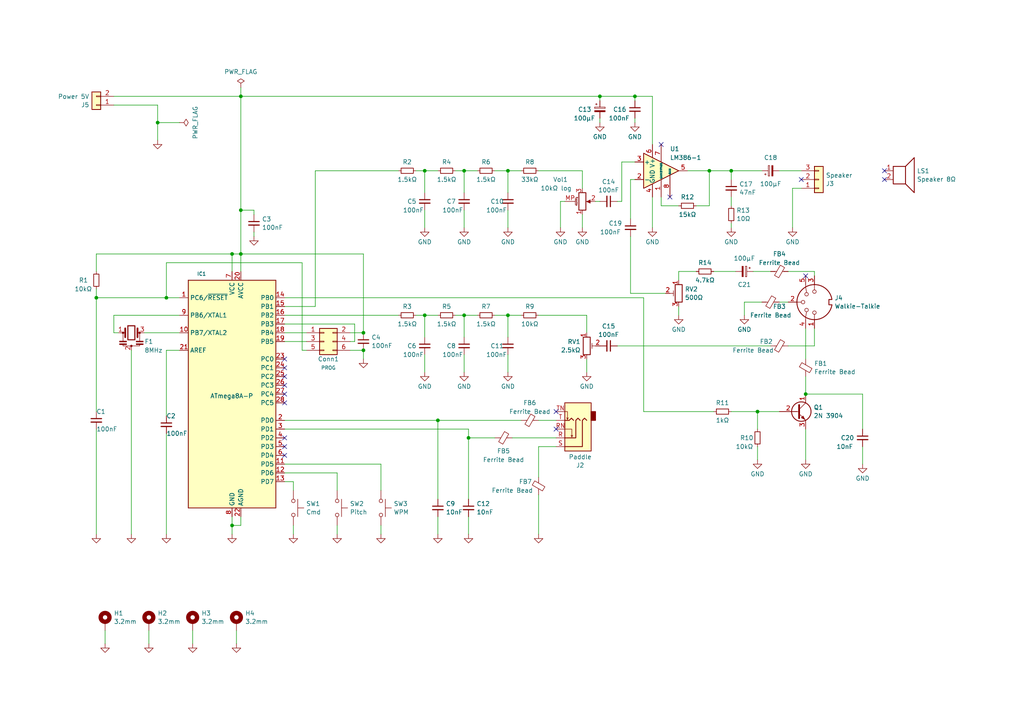
<source format=kicad_sch>
(kicad_sch (version 20250114) (generator "eeschema") (generator_version "9.0")
  (paper "A4")
  (title_block (title "Walkie-Talkie Keyer") (date "2025-09-22") (rev "1") (company "Ullrich von Bassewitz"))
  (lib_symbols
    (symbol "Amplifier_Audio:LM386" (pin_names (offset 0.127))
      (property "Reference" "U" (at 1.27 7.62 0))
      (property "Value" "LM386" (at 1.27 5.08 0))
      (symbol "LM386_0_1"
        (polyline (pts (xy 5.08 0) (xy -5.08 5.08) (xy -5.08 -5.08) (xy 5.08 0)) (stroke (width 0.254)) (fill (type background)))
      )
      (symbol "LM386_1_1"
        (pin input line (at -7.62 2.54 0) (length 2.54) (name "+") (number "3"))
        (pin input line (at -7.62 -2.54 0) (length 2.54) (name "-") (number "2"))
        (pin power_in line (at -2.54 7.62 270) (length 3.81) (name "V+") (number "6"))
        (pin power_in line (at -2.54 -7.62 90) (length 3.81) (name "GND") (number "4"))
        (pin input line (at 0 7.62 270) (length 5.08) (name "BYPASS") (number "7"))
        (pin input line (at 0 -7.62 90) (length 5.08) (name "GAIN") (number "1"))
        (pin input line (at 2.54 -7.62 90) (length 6.35) (name "GAIN") (number "8"))
        (pin output line (at 7.62 0 180) (length 2.54) (name "~") (number "5"))
      )
    )
    (symbol "Connector:DIN-5_180degree" (pin_names (offset 1.016))
      (property "Reference" "J" (at 3.175 5.715 0))
      (property "Value" "DIN-5_180degree" (at 0 -6.35 0))
      (symbol "DIN-5_180degree_0_1"
        (polyline (pts (xy -5.08 2.54) (xy -4.318 2.54) (xy -2.794 2.286)))
        (polyline (pts (xy -5.08 0) (xy -3.556 0)))
        (circle (center -3.048 0) (radius 0.508))
        (circle (center -2.286 2.286) (radius 0.508))
        (polyline (pts (xy -0.762 -4.953) (xy -0.762 -4.191) (xy 0.762 -4.191) (xy 0.762 -4.953)) (stroke (width 0.254)))
        (arc (start 5.08 0) (mid 3.8673 -3.3444) (end 0.762 -5.08) (stroke (width 0.254)))
        (polyline (pts (xy 0 5.08) (xy 0 3.81)))
        (circle (center 0 3.302) (radius 0.508))
        (arc (start -5.08 0) (mid 0 5.0579) (end 5.08 0) (stroke (width 0.254)))
        (arc (start -0.762 -5.08) (mid -3.8597 -3.3379) (end -5.08 0) (stroke (width 0.254)))
        (circle (center 2.286 2.286) (radius 0.508))
        (circle (center 3.048 0) (radius 0.508))
        (polyline (pts (xy 5.08 2.54) (xy 4.318 2.54) (xy 2.794 2.286)))
        (polyline (pts (xy 5.08 0) (xy 3.556 0)))
      )
      (symbol "DIN-5_180degree_1_1"
        (pin passive line (at -7.62 2.54 0) (length 2.54) (name "~") (number "4"))
        (pin passive line (at -7.62 0 0) (length 2.54) (name "~") (number "1"))
        (pin passive line (at 0 7.62 270) (length 2.54) (name "~") (number "2"))
        (pin passive line (at 7.62 2.54 180) (length 2.54) (name "~") (number "5"))
        (pin passive line (at 7.62 0 180) (length 2.54) (name "~") (number "3"))
      )
    )
    (symbol "Connector_Audio:AudioJack3_SwitchTR"
      (property "Reference" "J" (at 0 8.89 0))
      (property "Value" "AudioJack3_SwitchTR" (at 0 6.35 0))
      (symbol "AudioJack3_SwitchTR_0_1"
        (rectangle (start -5.08 -5.08) (end -6.35 -7.62) (stroke (width 0.254)) (fill (type outline)))
        (polyline (pts (xy -1.905 -5.08) (xy -1.27 -5.715) (xy -0.635 -5.08) (xy -0.635 0) (xy 2.54 0)) (stroke (width 0.254)))
        (polyline (pts (xy 0 -5.08) (xy 0.635 -5.715) (xy 1.27 -5.08) (xy 2.54 -5.08)) (stroke (width 0.254)))
        (polyline (pts (xy 0.508 -0.254) (xy 0.762 -0.762)))
        (polyline (pts (xy 1.778 -5.334) (xy 2.032 -5.842)))
        (rectangle (start 2.54 3.81) (end -5.08 -10.16) (stroke (width 0.254)) (fill (type background)))
        (polyline (pts (xy 2.54 2.54) (xy -2.54 2.54) (xy -2.54 -5.08) (xy -3.175 -5.715) (xy -3.81 -5.08)) (stroke (width 0.254)))
        (polyline (pts (xy 2.54 -2.54) (xy 0.508 -2.54) (xy 0.508 -0.254) (xy 0.254 -0.762)))
        (polyline (pts (xy 2.54 -7.62) (xy 1.778 -7.62) (xy 1.778 -5.334) (xy 1.524 -5.842)))
      )
      (symbol "AudioJack3_SwitchTR_1_1"
        (pin passive line (at 5.08 2.54 180) (length 2.54) (name "~") (number "S"))
        (pin passive line (at 5.08 0 180) (length 2.54) (name "~") (number "R"))
        (pin passive line (at 5.08 -2.54 180) (length 2.54) (name "~") (number "RN"))
        (pin passive line (at 5.08 -5.08 180) (length 2.54) (name "~") (number "T"))
        (pin passive line (at 5.08 -7.62 180) (length 2.54) (name "~") (number "TN"))
      )
    )
    (symbol "Connector_Generic:Conn_01x02" (pin_names (offset 1.016) (hide yes))
      (property "Reference" "J" (at 0 2.54 0))
      (property "Value" "Conn_01x02" (at 0 -5.08 0))
      (symbol "Conn_01x02_1_1"
        (rectangle (start -1.27 1.27) (end 1.27 -3.81) (stroke (width 0.254)) (fill (type background)))
        (rectangle (start -1.27 0.127) (end 0 -0.127) (stroke (width 0.1524)))
        (rectangle (start -1.27 -2.413) (end 0 -2.667) (stroke (width 0.1524)))
        (pin passive line (at -5.08 0 0) (length 3.81) (name "Pin_1") (number "1"))
        (pin passive line (at -5.08 -2.54 0) (length 3.81) (name "Pin_2") (number "2"))
      )
    )
    (symbol "Connector_Generic:Conn_01x03" (pin_names (offset 1.016) (hide yes))
      (property "Reference" "J" (at 0 5.08 0))
      (property "Value" "Conn_01x03" (at 0 -5.08 0))
      (symbol "Conn_01x03_1_1"
        (rectangle (start -1.27 3.81) (end 1.27 -3.81) (stroke (width 0.254)) (fill (type background)))
        (rectangle (start -1.27 2.667) (end 0 2.413) (stroke (width 0.1524)))
        (rectangle (start -1.27 0.127) (end 0 -0.127) (stroke (width 0.1524)))
        (rectangle (start -1.27 -2.413) (end 0 -2.667) (stroke (width 0.1524)))
        (pin passive line (at -5.08 2.54 0) (length 3.81) (name "Pin_1") (number "1"))
        (pin passive line (at -5.08 0 0) (length 3.81) (name "Pin_2") (number "2"))
        (pin passive line (at -5.08 -2.54 0) (length 3.81) (name "Pin_3") (number "3"))
      )
    )
    (symbol "Connector_Generic:Conn_02x03_Odd_Even" (pin_names (offset 1.016) (hide yes))
      (property "Reference" "J" (at 1.27 5.08 0))
      (property "Value" "Conn_02x03_Odd_Even" (at 1.27 -5.08 0))
      (symbol "Conn_02x03_Odd_Even_1_1"
        (rectangle (start -1.27 3.81) (end 3.81 -3.81) (stroke (width 0.254)) (fill (type background)))
        (rectangle (start -1.27 2.667) (end 0 2.413) (stroke (width 0.1524)))
        (rectangle (start -1.27 0.127) (end 0 -0.127) (stroke (width 0.1524)))
        (rectangle (start -1.27 -2.413) (end 0 -2.667) (stroke (width 0.1524)))
        (rectangle (start 3.81 2.667) (end 2.54 2.413) (stroke (width 0.1524)))
        (rectangle (start 3.81 0.127) (end 2.54 -0.127) (stroke (width 0.1524)))
        (rectangle (start 3.81 -2.413) (end 2.54 -2.667) (stroke (width 0.1524)))
        (pin passive line (at -5.08 2.54 0) (length 3.81) (name "Pin_1") (number "1"))
        (pin passive line (at -5.08 0 0) (length 3.81) (name "Pin_3") (number "3"))
        (pin passive line (at -5.08 -2.54 0) (length 3.81) (name "Pin_5") (number "5"))
        (pin passive line (at 7.62 2.54 180) (length 3.81) (name "Pin_2") (number "2"))
        (pin passive line (at 7.62 0 180) (length 3.81) (name "Pin_4") (number "4"))
        (pin passive line (at 7.62 -2.54 180) (length 3.81) (name "Pin_6") (number "6"))
      )
    )
    (symbol "Device:C_Polarized_Small" (pin_numbers (hide yes)) (pin_names (offset 0.254) (hide yes))
      (property "Reference" "C" (at 0.254 1.778 0))
      (property "Value" "C_Polarized_Small" (at 0.254 -2.032 0))
      (symbol "C_Polarized_Small_0_1"
        (rectangle (start -1.524 0.6858) (end 1.524 0.3048))
        (rectangle (start -1.524 -0.3048) (end 1.524 -0.6858) (fill (type outline)))
        (polyline (pts (xy -1.27 1.524) (xy -0.762 1.524)))
        (polyline (pts (xy -1.016 1.27) (xy -1.016 1.778)))
      )
      (symbol "C_Polarized_Small_1_1"
        (pin passive line (at 0 2.54 270) (length 1.8542) (name "~") (number "1"))
        (pin passive line (at 0 -2.54 90) (length 1.8542) (name "~") (number "2"))
      )
    )
    (symbol "Device:C_Small" (pin_numbers (hide yes)) (pin_names (offset 0.254) (hide yes))
      (property "Reference" "C" (at 0.254 1.778 0))
      (property "Value" "C_Small" (at 0.254 -2.032 0))
      (symbol "C_Small_0_1"
        (polyline (pts (xy -1.524 0.508) (xy 1.524 0.508)) (stroke (width 0.3048)))
        (polyline (pts (xy -1.524 -0.508) (xy 1.524 -0.508)) (stroke (width 0.3302)))
      )
      (symbol "C_Small_1_1"
        (pin passive line (at 0 2.54 270) (length 2.032) (name "~") (number "1"))
        (pin passive line (at 0 -2.54 90) (length 2.032) (name "~") (number "2"))
      )
    )
    (symbol "Device:FerriteBead_Small" (pin_numbers (hide yes)) (pin_names (offset 0))
      (property "Reference" "FB" (at 1.905 1.27 0))
      (property "Value" "FerriteBead_Small" (at 1.905 -1.27 0))
      (symbol "FerriteBead_Small_0_1"
        (polyline (pts (xy -1.8288 0.2794) (xy -1.1176 1.4986) (xy 1.8288 -0.2032) (xy 1.1176 -1.4224) (xy -1.8288 0.2794)))
        (polyline (pts (xy 0 0.889) (xy 0 1.2954)))
        (polyline (pts (xy 0 -1.27) (xy 0 -0.7874)))
      )
      (symbol "FerriteBead_Small_1_1"
        (pin passive line (at 0 2.54 270) (length 1.27) (name "~") (number "1"))
        (pin passive line (at 0 -2.54 90) (length 1.27) (name "~") (number "2"))
      )
    )
    (symbol "Device:R_Potentiometer_MountingPin" (pin_names (offset 1.016) (hide yes))
      (property "Reference" "RV" (at -8.255 0 90))
      (property "Value" "R_Potentiometer_MountingPin" (at -6.35 0 90))
      (symbol "R_Potentiometer_MountingPin_0_1"
        (rectangle (start 1.016 2.54) (end -1.016 -2.54) (stroke (width 0.254)))
        (polyline (pts (xy 1.143 0) (xy 2.286 0.508) (xy 2.286 -0.508)) (fill (type outline)))
        (polyline (pts (xy 2.54 0) (xy 1.524 0)))
      )
      (symbol "R_Potentiometer_MountingPin_1_1"
        (polyline (pts (xy -2.032 1.016) (xy -2.032 -1.016)) (stroke (width 0.1524)))
        (text "Mounting" (at -1.651 0 900) (effects (font (size 0.381 0.381))))
        (pin passive line (at -5.08 0 0) (length 3.048) (name "MountPin") (number "MP"))
        (pin passive line (at 0 3.81 270) (length 1.27) (name "1") (number "1"))
        (pin passive line (at 0 -3.81 90) (length 1.27) (name "3") (number "3"))
        (pin passive line (at 3.81 0 180) (length 1.27) (name "2") (number "2"))
      )
    )
    (symbol "Device:R_Potentiometer_Trim" (pin_names (offset 1.016) (hide yes))
      (property "Reference" "RV" (at -4.445 0 90))
      (property "Value" "R_Potentiometer_Trim" (at -2.54 0 90))
      (symbol "R_Potentiometer_Trim_0_1"
        (rectangle (start 1.016 2.54) (end -1.016 -2.54) (stroke (width 0.254)))
        (polyline (pts (xy 1.524 0.762) (xy 1.524 -0.762)))
        (polyline (pts (xy 2.54 0) (xy 1.524 0)))
      )
      (symbol "R_Potentiometer_Trim_1_1"
        (pin passive line (at 0 3.81 270) (length 1.27) (name "1") (number "1"))
        (pin passive line (at 0 -3.81 90) (length 1.27) (name "3") (number "3"))
        (pin passive line (at 3.81 0 180) (length 1.27) (name "2") (number "2"))
      )
    )
    (symbol "Device:R_Small" (pin_numbers (hide yes)) (pin_names (offset 0.254) (hide yes))
      (property "Reference" "R" (at 0.762 0.508 0))
      (property "Value" "R_Small" (at 0.762 -1.016 0))
      (symbol "R_Small_0_1"
        (rectangle (start -0.762 1.778) (end 0.762 -1.778) (stroke (width 0.2032)))
      )
      (symbol "R_Small_1_1"
        (pin passive line (at 0 2.54 270) (length 0.762) (name "~") (number "1"))
        (pin passive line (at 0 -2.54 90) (length 0.762) (name "~") (number "2"))
      )
    )
    (symbol "Device:Resonator" (pin_names (offset 1.016) (hide yes))
      (property "Reference" "Y" (at 0 5.715 0))
      (property "Value" "Resonator" (at 0 3.81 0))
      (symbol "Resonator_0_1"
        (rectangle (start -3.429 -2.413) (end -1.397 -2.667) (fill (type outline)))
        (rectangle (start -3.429 -3.175) (end -1.397 -3.429) (fill (type outline)))
        (circle (center -2.413 0) (radius 0.254) (fill (type outline)))
        (polyline (pts (xy -2.413 -2.413) (xy -2.413 0)))
        (polyline (pts (xy -1.905 0) (xy -3.175 0)))
        (polyline (pts (xy -1.778 -1.27) (xy -1.778 1.27)) (stroke (width 0.508)))
        (rectangle (start -1.016 2.032) (end 1.016 -2.032) (stroke (width 0.3048)))
        (circle (center 0 -3.81) (radius 0.254) (fill (type outline)))
        (rectangle (start 1.397 -2.413) (end 3.429 -2.667) (fill (type outline)))
        (rectangle (start 1.397 -3.175) (end 3.429 -3.429) (fill (type outline)))
        (polyline (pts (xy 1.778 -1.27) (xy 1.778 1.27)) (stroke (width 0.508)))
        (polyline (pts (xy 1.905 0) (xy 2.54 0)))
        (polyline (pts (xy 2.413 0) (xy 2.413 -2.54)))
        (circle (center 2.413 0) (radius 0.254) (fill (type outline)))
        (polyline (pts (xy 2.413 -3.302) (xy 2.413 -3.81) (xy -2.413 -3.81) (xy -2.413 -3.302)))
      )
      (symbol "Resonator_1_1"
        (pin passive line (at -3.81 0 0) (length 1.27) (name "1") (number "1"))
        (pin passive line (at 0 -5.08 90) (length 1.27) (name "2") (number "2"))
        (pin passive line (at 3.81 0 180) (length 1.27) (name "3") (number "3"))
      )
    )
    (symbol "Device:Speaker" (pin_names (offset 0) (hide yes))
      (property "Reference" "LS" (at 1.27 5.715 0))
      (property "Value" "Speaker" (at 1.27 3.81 0))
      (symbol "Speaker_0_0"
        (rectangle (start -2.54 1.27) (end 1.016 -3.81) (stroke (width 0.254)))
        (polyline (pts (xy 1.016 1.27) (xy 3.556 3.81) (xy 3.556 -6.35) (xy 1.016 -3.81)) (stroke (width 0.254)))
      )
      (symbol "Speaker_1_1"
        (pin input line (at -5.08 0 0) (length 2.54) (name "1") (number "1"))
        (pin input line (at -5.08 -2.54 0) (length 2.54) (name "2") (number "2"))
      )
    )
    (symbol "MCU_Microchip_ATmega:ATmega8A-P"
      (property "Reference" "U" (at -12.7 34.29 0))
      (property "Value" "ATmega8A-P" (at 5.08 -34.29 0))
      (symbol "ATmega8A-P_0_1"
        (rectangle (start -12.7 -33.02) (end 12.7 33.02) (stroke (width 0.254)) (fill (type background)))
      )
      (symbol "ATmega8A-P_1_1"
        (pin bidirectional line (at -15.24 27.94 0) (length 2.54) (name "PC6/~{RESET}") (number "1"))
        (pin bidirectional line (at -15.24 22.86 0) (length 2.54) (name "PB6/XTAL1") (number "9"))
        (pin bidirectional line (at -15.24 17.78 0) (length 2.54) (name "PB7/XTAL2") (number "10"))
        (pin passive line (at -15.24 12.7 0) (length 2.54) (name "AREF") (number "21"))
        (pin power_in line (at 0 35.56 270) (length 2.54) (name "VCC") (number "7"))
        (pin power_in line (at 0 -35.56 90) (length 2.54) (name "GND") (number "8"))
        (pin power_in line (at 2.54 35.56 270) (length 2.54) (name "AVCC") (number "20"))
        (pin power_in line (at 2.54 -35.56 90) (length 2.54) (name "AGND") (number "22"))
        (pin bidirectional line (at 15.24 27.94 180) (length 2.54) (name "PB0") (number "14"))
        (pin bidirectional line (at 15.24 25.4 180) (length 2.54) (name "PB1") (number "15"))
        (pin bidirectional line (at 15.24 22.86 180) (length 2.54) (name "PB2") (number "16"))
        (pin bidirectional line (at 15.24 20.32 180) (length 2.54) (name "PB3") (number "17"))
        (pin bidirectional line (at 15.24 17.78 180) (length 2.54) (name "PB4") (number "18"))
        (pin bidirectional line (at 15.24 15.24 180) (length 2.54) (name "PB5") (number "19"))
        (pin bidirectional line (at 15.24 10.16 180) (length 2.54) (name "PC0") (number "23"))
        (pin bidirectional line (at 15.24 7.62 180) (length 2.54) (name "PC1") (number "24"))
        (pin bidirectional line (at 15.24 5.08 180) (length 2.54) (name "PC2") (number "25"))
        (pin bidirectional line (at 15.24 2.54 180) (length 2.54) (name "PC3") (number "26"))
        (pin bidirectional line (at 15.24 0 180) (length 2.54) (name "PC4") (number "27"))
        (pin bidirectional line (at 15.24 -2.54 180) (length 2.54) (name "PC5") (number "28"))
        (pin bidirectional line (at 15.24 -7.62 180) (length 2.54) (name "PD0") (number "2"))
        (pin bidirectional line (at 15.24 -10.16 180) (length 2.54) (name "PD1") (number "3"))
        (pin bidirectional line (at 15.24 -12.7 180) (length 2.54) (name "PD2") (number "4"))
        (pin bidirectional line (at 15.24 -15.24 180) (length 2.54) (name "PD3") (number "5"))
        (pin bidirectional line (at 15.24 -17.78 180) (length 2.54) (name "PD4") (number "6"))
        (pin bidirectional line (at 15.24 -20.32 180) (length 2.54) (name "PD5") (number "11"))
        (pin bidirectional line (at 15.24 -22.86 180) (length 2.54) (name "PD6") (number "12"))
        (pin bidirectional line (at 15.24 -25.4 180) (length 2.54) (name "PD7") (number "13"))
      )
    )
    (symbol "Mechanical:MountingHole_Pad" (pin_numbers (hide yes)) (pin_names (offset 1.016) (hide yes))
      (property "Reference" "H" (at 0 6.35 0))
      (property "Value" "MountingHole_Pad" (at 0 4.445 0))
      (symbol "MountingHole_Pad_0_1"
        (circle (center 0 1.27) (radius 1.27) (stroke (width 1.27)))
      )
      (symbol "MountingHole_Pad_1_1"
        (pin input line (at 0 -2.54 90) (length 2.54) (name "1") (number "1"))
      )
    )
    (symbol "Switch:SW_Push" (pin_numbers (hide yes)) (pin_names (offset 1.016) (hide yes))
      (property "Reference" "SW" (at 1.27 2.54 0))
      (property "Value" "SW_Push" (at 0 -1.524 0))
      (symbol "SW_Push_0_1"
        (circle (center -2.032 0) (radius 0.508))
        (polyline (pts (xy 0 1.27) (xy 0 3.048)))
        (circle (center 2.032 0) (radius 0.508))
        (polyline (pts (xy 2.54 1.27) (xy -2.54 1.27)))
        (pin passive line (at -5.08 0 0) (length 2.54) (name "1") (number "1"))
        (pin passive line (at 5.08 0 180) (length 2.54) (name "2") (number "2"))
      )
    )
    (symbol "Transistor_BJT:BC237" (pin_names (offset 0) (hide yes))
      (property "Reference" "Q" (at 5.08 1.905 0))
      (property "Value" "BC237" (at 5.08 0 0))
      (symbol "BC237_0_1"
        (polyline (pts (xy 0 0) (xy 0.635 0)))
        (polyline (pts (xy 0.635 1.905) (xy 0.635 -1.905) (xy 0.635 -1.905)) (stroke (width 0.508)))
        (polyline (pts (xy 0.635 0.635) (xy 2.54 2.54)))
        (polyline (pts (xy 0.635 -0.635) (xy 2.54 -2.54) (xy 2.54 -2.54)))
        (circle (center 1.27 0) (radius 2.8194) (stroke (width 0.254)))
        (polyline (pts (xy 1.27 -1.778) (xy 1.778 -1.27) (xy 2.286 -2.286) (xy 1.27 -1.778) (xy 1.27 -1.778)) (fill (type outline)))
      )
      (symbol "BC237_1_1"
        (pin input line (at -5.08 0 0) (length 5.08) (name "B") (number "2"))
        (pin passive line (at 2.54 5.08 270) (length 2.54) (name "C") (number "1"))
        (pin passive line (at 2.54 -5.08 90) (length 2.54) (name "E") (number "3"))
      )
    )
    (symbol "power:GND" (power) (pin_names (offset 0))
      (property "Value" "GND" (at 0 -3.81 0))
      (symbol "GND_0_1"
        (polyline (pts (xy 0 0) (xy 0 -1.27) (xy 1.27 -1.27) (xy 0 -2.54) (xy -1.27 -1.27) (xy 0 -1.27)))
      )
      (symbol "GND_1_1"
        (pin power_in line (at 0 0 270) (length 0) (hide yes) (name "GND") (number "1"))
      )
    )
    (symbol "power:PWR_FLAG" (power) (pin_numbers (hide yes)) (pin_names (offset 0) (hide yes))
      (property "Value" "PWR_FLAG" (at 0 3.81 0))
      (symbol "PWR_FLAG_0_0"
        (pin power_out line (at 0 0 90) (length 0) (name "pwr") (number "1"))
      )
      (symbol "PWR_FLAG_0_1"
        (polyline (pts (xy 0 0) (xy 0 1.27) (xy -1.016 1.905) (xy 0 2.54) (xy 1.016 1.905) (xy 0 1.27)))
      )
    )
  )
  (junction (at 147.32 49.53))
  (junction (at 127 121.92))
  (junction (at 69.85 73.66))
  (junction (at 212.09 49.53))
  (junction (at 123.19 91.44))
  (junction (at 27.94 86.36))
  (junction (at 45.72 35.56))
  (junction (at 67.31 152.4))
  (junction (at 67.31 73.66))
  (junction (at 219.71 119.38))
  (junction (at 147.32 91.44))
  (junction (at 173.99 27.94))
  (junction (at 205.74 49.53))
  (junction (at 69.85 27.94))
  (junction (at 233.68 114.3))
  (junction (at 134.62 49.53))
  (junction (at 105.41 101.6))
  (junction (at 184.15 27.94))
  (junction (at 123.19 49.53))
  (junction (at 134.62 91.44))
  (junction (at 105.41 96.52))
  (junction (at 69.85 60.96))
  (junction (at 48.26 86.36))
  (junction (at 135.89 127))
  (no_connect (at 232.41 52.07))
  (no_connect (at 82.55 132.08))
  (no_connect (at 161.29 119.38))
  (no_connect (at 82.55 104.14))
  (no_connect (at 82.55 109.22))
  (no_connect (at 233.68 80.01))
  (no_connect (at 191.77 41.91))
  (no_connect (at 82.55 116.84))
  (no_connect (at 82.55 127))
  (no_connect (at 256.54 49.53))
  (no_connect (at 82.55 129.54))
  (no_connect (at 82.55 114.3))
  (no_connect (at 256.54 52.07))
  (no_connect (at 194.31 57.15))
  (no_connect (at 82.55 111.76))
  (no_connect (at 82.55 106.68))
  (no_connect (at 161.29 124.46))
  (wire (pts (xy 132.08 49.53) (xy 134.62 49.53)))
  (wire (pts (xy 229.87 54.61) (xy 229.87 66.04)))
  (wire (pts (xy 41.91 96.52) (xy 52.07 96.52)))
  (wire (pts (xy 82.55 93.98) (xy 102.87 93.98)))
  (wire (pts (xy 215.9 87.63) (xy 220.98 87.63)))
  (wire (pts (xy 134.62 102.87) (xy 134.62 107.95)))
  (wire (pts (xy 135.89 127) (xy 135.89 144.78)))
  (wire (pts (xy 184.15 27.94) (xy 184.15 29.21)))
  (wire (pts (xy 172.72 58.42) (xy 173.99 58.42)))
  (wire (pts (xy 55.88 182.88) (xy 55.88 186.69)))
  (wire (pts (xy 123.19 102.87) (xy 123.19 107.95)))
  (wire (pts (xy 162.56 58.42) (xy 162.56 66.04)))
  (wire (pts (xy 82.55 86.36) (xy 186.69 86.36)))
  (wire (pts (xy 205.74 59.69) (xy 205.74 49.53)))
  (wire (pts (xy 101.6 101.6) (xy 105.41 101.6)))
  (wire (pts (xy 233.68 114.3) (xy 250.19 114.3)))
  (wire (pts (xy 212.09 49.53) (xy 220.98 49.53)))
  (wire (pts (xy 215.9 91.44) (xy 215.9 87.63)))
  (wire (pts (xy 147.32 91.44) (xy 151.13 91.44)))
  (wire (pts (xy 97.79 152.4) (xy 97.79 154.94)))
  (wire (pts (xy 147.32 60.96) (xy 147.32 66.04)))
  (wire (pts (xy 163.83 58.42) (xy 162.56 58.42)))
  (wire (pts (xy 218.44 78.74) (xy 223.52 78.74)))
  (wire (pts (xy 88.9 99.06) (xy 82.55 99.06)))
  (wire (pts (xy 91.44 49.53) (xy 115.57 49.53)))
  (wire (pts (xy 27.94 86.36) (xy 27.94 119.38)))
  (wire (pts (xy 189.23 57.15) (xy 189.23 66.04)))
  (wire (pts (xy 69.85 73.66) (xy 69.85 78.74)))
  (wire (pts (xy 189.23 27.94) (xy 189.23 41.91)))
  (wire (pts (xy 69.85 25.4) (xy 69.85 27.94)))
  (wire (pts (xy 135.89 127) (xy 143.51 127)))
  (wire (pts (xy 143.51 91.44) (xy 147.32 91.44)))
  (wire (pts (xy 212.09 64.77) (xy 212.09 66.04)))
  (wire (pts (xy 43.18 182.88) (xy 43.18 186.69)))
  (wire (pts (xy 186.69 119.38) (xy 207.01 119.38)))
  (wire (pts (xy 27.94 73.66) (xy 67.31 73.66)))
  (wire (pts (xy 212.09 49.53) (xy 212.09 52.07)))
  (wire (pts (xy 156.21 91.44) (xy 170.18 91.44)))
  (wire (pts (xy 184.15 34.29) (xy 184.15 35.56)))
  (wire (pts (xy 170.18 91.44) (xy 170.18 96.52)))
  (wire (pts (xy 82.55 121.92) (xy 127 121.92)))
  (wire (pts (xy 143.51 49.53) (xy 147.32 49.53)))
  (wire (pts (xy 182.88 85.09) (xy 182.88 68.58)))
  (wire (pts (xy 170.18 104.14) (xy 170.18 107.95)))
  (wire (pts (xy 180.34 58.42) (xy 180.34 46.99)))
  (wire (pts (xy 168.91 62.23) (xy 168.91 66.04)))
  (wire (pts (xy 134.62 91.44) (xy 138.43 91.44)))
  (wire (pts (xy 67.31 152.4) (xy 67.31 154.94)))
  (wire (pts (xy 82.55 124.46) (xy 135.89 124.46)))
  (wire (pts (xy 82.55 96.52) (xy 88.9 96.52)))
  (wire (pts (xy 69.85 27.94) (xy 69.85 60.96)))
  (wire (pts (xy 212.09 119.38) (xy 219.71 119.38)))
  (wire (pts (xy 120.65 49.53) (xy 123.19 49.53)))
  (wire (pts (xy 48.26 101.6) (xy 48.26 120.65)))
  (wire (pts (xy 33.02 30.48) (xy 45.72 30.48)))
  (wire (pts (xy 147.32 49.53) (xy 147.32 55.88)))
  (wire (pts (xy 97.79 137.16) (xy 97.79 142.24)))
  (wire (pts (xy 135.89 124.46) (xy 135.89 127)))
  (wire (pts (xy 67.31 149.86) (xy 67.31 152.4)))
  (wire (pts (xy 69.85 27.94) (xy 173.99 27.94)))
  (wire (pts (xy 87.63 101.6) (xy 88.9 101.6)))
  (wire (pts (xy 110.49 152.4) (xy 110.49 154.94)))
  (wire (pts (xy 180.34 46.99) (xy 184.15 46.99)))
  (wire (pts (xy 182.88 52.07) (xy 182.88 63.5)))
  (wire (pts (xy 67.31 73.66) (xy 69.85 73.66)))
  (wire (pts (xy 33.02 91.44) (xy 52.07 91.44)))
  (wire (pts (xy 156.21 143.51) (xy 156.21 154.94)))
  (wire (pts (xy 168.91 54.61) (xy 168.91 49.53)))
  (wire (pts (xy 45.72 35.56) (xy 45.72 40.64)))
  (wire (pts (xy 148.59 127) (xy 161.29 127)))
  (wire (pts (xy 105.41 73.66) (xy 69.85 73.66)))
  (wire (pts (xy 38.1 101.6) (xy 38.1 154.94)))
  (wire (pts (xy 226.06 49.53) (xy 232.41 49.53)))
  (wire (pts (xy 207.01 78.74) (xy 213.36 78.74)))
  (wire (pts (xy 219.71 129.54) (xy 219.71 133.35)))
  (wire (pts (xy 85.09 152.4) (xy 85.09 154.94)))
  (wire (pts (xy 250.19 114.3) (xy 250.19 124.46)))
  (wire (pts (xy 173.99 27.94) (xy 184.15 27.94)))
  (wire (pts (xy 105.41 101.6) (xy 105.41 104.14)))
  (wire (pts (xy 228.6 78.74) (xy 236.22 78.74)))
  (wire (pts (xy 123.19 91.44) (xy 127 91.44)))
  (wire (pts (xy 87.63 76.2) (xy 87.63 101.6)))
  (wire (pts (xy 228.6 100.33) (xy 236.22 100.33)))
  (wire (pts (xy 147.32 91.44) (xy 147.32 97.79)))
  (wire (pts (xy 68.58 182.88) (xy 68.58 186.69)))
  (wire (pts (xy 33.02 27.94) (xy 69.85 27.94)))
  (wire (pts (xy 27.94 78.74) (xy 27.94 73.66)))
  (wire (pts (xy 147.32 102.87) (xy 147.32 107.95)))
  (wire (pts (xy 91.44 88.9) (xy 82.55 88.9)))
  (wire (pts (xy 134.62 91.44) (xy 134.62 97.79)))
  (wire (pts (xy 132.08 91.44) (xy 134.62 91.44)))
  (wire (pts (xy 173.99 27.94) (xy 173.99 29.21)))
  (wire (pts (xy 110.49 134.62) (xy 110.49 142.24)))
  (wire (pts (xy 191.77 59.69) (xy 196.85 59.69)))
  (wire (pts (xy 193.04 85.09) (xy 182.88 85.09)))
  (wire (pts (xy 85.09 142.24) (xy 85.09 139.7)))
  (wire (pts (xy 48.26 76.2) (xy 48.26 86.36)))
  (wire (pts (xy 179.07 58.42) (xy 180.34 58.42)))
  (wire (pts (xy 33.02 96.52) (xy 34.29 96.52)))
  (wire (pts (xy 27.94 83.82) (xy 27.94 86.36)))
  (wire (pts (xy 173.99 34.29) (xy 173.99 35.56)))
  (wire (pts (xy 27.94 86.36) (xy 48.26 86.36)))
  (wire (pts (xy 82.55 134.62) (xy 110.49 134.62)))
  (wire (pts (xy 87.63 76.2) (xy 48.26 76.2)))
  (wire (pts (xy 134.62 49.53) (xy 134.62 55.88)))
  (wire (pts (xy 205.74 49.53) (xy 212.09 49.53)))
  (wire (pts (xy 48.26 86.36) (xy 52.07 86.36)))
  (wire (pts (xy 82.55 91.44) (xy 115.57 91.44)))
  (wire (pts (xy 184.15 27.94) (xy 189.23 27.94)))
  (wire (pts (xy 229.87 54.61) (xy 232.41 54.61)))
  (wire (pts (xy 196.85 78.74) (xy 201.93 78.74)))
  (wire (pts (xy 233.68 109.22) (xy 233.68 114.3)))
  (wire (pts (xy 30.48 182.88) (xy 30.48 186.69)))
  (wire (pts (xy 33.02 91.44) (xy 33.02 96.52)))
  (wire (pts (xy 134.62 60.96) (xy 134.62 66.04)))
  (wire (pts (xy 48.26 101.6) (xy 52.07 101.6)))
  (wire (pts (xy 45.72 35.56) (xy 52.07 35.56)))
  (wire (pts (xy 196.85 78.74) (xy 196.85 81.28)))
  (wire (pts (xy 199.39 49.53) (xy 205.74 49.53)))
  (wire (pts (xy 73.66 67.31) (xy 73.66 68.58)))
  (wire (pts (xy 69.85 60.96) (xy 69.85 73.66)))
  (wire (pts (xy 226.06 87.63) (xy 228.6 87.63)))
  (wire (pts (xy 73.66 62.23) (xy 73.66 60.96)))
  (wire (pts (xy 219.71 119.38) (xy 219.71 124.46)))
  (wire (pts (xy 101.6 99.06) (xy 102.87 99.06)))
  (wire (pts (xy 69.85 149.86) (xy 69.85 152.4)))
  (wire (pts (xy 48.26 125.73) (xy 48.26 154.94)))
  (wire (pts (xy 120.65 91.44) (xy 123.19 91.44)))
  (wire (pts (xy 127 121.92) (xy 151.13 121.92)))
  (wire (pts (xy 156.21 129.54) (xy 156.21 138.43)))
  (wire (pts (xy 250.19 129.54) (xy 250.19 134.62)))
  (wire (pts (xy 127 121.92) (xy 127 144.78)))
  (wire (pts (xy 233.68 124.46) (xy 233.68 133.35)))
  (wire (pts (xy 184.15 52.07) (xy 182.88 52.07)))
  (wire (pts (xy 69.85 152.4) (xy 67.31 152.4)))
  (wire (pts (xy 168.91 49.53) (xy 156.21 49.53)))
  (wire (pts (xy 67.31 78.74) (xy 67.31 73.66)))
  (wire (pts (xy 156.21 129.54) (xy 161.29 129.54)))
  (wire (pts (xy 105.41 96.52) (xy 105.41 73.66)))
  (wire (pts (xy 69.85 60.96) (xy 73.66 60.96)))
  (wire (pts (xy 236.22 100.33) (xy 236.22 95.25)))
  (wire (pts (xy 127 149.86) (xy 127 154.94)))
  (wire (pts (xy 212.09 57.15) (xy 212.09 59.69)))
  (wire (pts (xy 101.6 96.52) (xy 105.41 96.52)))
  (wire (pts (xy 45.72 30.48) (xy 45.72 35.56)))
  (wire (pts (xy 27.94 124.46) (xy 27.94 154.94)))
  (wire (pts (xy 191.77 57.15) (xy 191.77 59.69)))
  (wire (pts (xy 102.87 99.06) (xy 102.87 93.98)))
  (wire (pts (xy 236.22 80.01) (xy 236.22 78.74)))
  (wire (pts (xy 82.55 137.16) (xy 97.79 137.16)))
  (wire (pts (xy 123.19 49.53) (xy 123.19 55.88)))
  (wire (pts (xy 123.19 91.44) (xy 123.19 97.79)))
  (wire (pts (xy 147.32 49.53) (xy 151.13 49.53)))
  (wire (pts (xy 201.93 59.69) (xy 205.74 59.69)))
  (wire (pts (xy 135.89 149.86) (xy 135.89 154.94)))
  (wire (pts (xy 186.69 86.36) (xy 186.69 119.38)))
  (wire (pts (xy 196.85 88.9) (xy 196.85 91.44)))
  (wire (pts (xy 134.62 49.53) (xy 138.43 49.53)))
  (wire (pts (xy 91.44 49.53) (xy 91.44 88.9)))
  (wire (pts (xy 85.09 139.7) (xy 82.55 139.7)))
  (wire (pts (xy 179.07 100.33) (xy 223.52 100.33)))
  (wire (pts (xy 233.68 95.25) (xy 233.68 104.14)))
  (wire (pts (xy 123.19 49.53) (xy 127 49.53)))
  (wire (pts (xy 219.71 119.38) (xy 226.06 119.38)))
  (wire (pts (xy 123.19 60.96) (xy 123.19 66.04)))
  (wire (pts (xy 156.21 121.92) (xy 161.29 121.92)))
  (symbol (lib_id "MCU_Microchip_ATmega:ATmega8A-P") (at 67.31 114.3 0) (unit 1)
    (property "Reference" "IC1" (at 57.15 80.01 0) (effects (font (size 1.016 1.016)) (justify left bottom)))
    (property "Value" "ATmega8A-P" (at 60.96 115.57 0) (effects (justify left bottom)))
    (property "Footprint" "Package_DIP:DIP-28_W7.62mm_Socket_LongPads" (effects (hide yes)))
  )
  (symbol (lib_id "Device:Resonator") (at 38.1 96.52 0) (unit 1)
    (property "Reference" "F1" (at 43.18 99.06 0))
    (property "Value" "8MHz" (at 41.91 101.6 0) (effects (justify left)))
    (property "Footprint" "Crystal:Resonator-3Pin_W7.0mm_H2.5mm" (effects (hide yes)))
  )
  (symbol (lib_id "power:GND") (at 38.1 154.94 0) (unit 1)
    (property "Reference" "#PWR02" (effects (hide yes)))
    (property "Value" "GND" (effects (hide yes)))
  )
  (symbol (lib_id "power:GND") (at 67.31 154.94 0) (unit 1)
    (property "Reference" "#PWR04" (effects (hide yes)))
    (property "Value" "GND" (effects (hide yes)))
  )
  (symbol (lib_id "power:GND") (at 73.66 68.58 0) (unit 1)
    (property "Reference" "#PWR05" (effects (hide yes)))
    (property "Value" "GND" (effects (hide yes)))
  )
  (symbol (lib_id "power:GND") (at 48.26 154.94 0) (unit 1)
    (property "Reference" "#PWR03" (effects (hide yes)))
    (property "Value" "GND" (effects (hide yes)))
  )
  (symbol (lib_id "power:GND") (at 27.94 154.94 0) (unit 1)
    (property "Reference" "#PWR01" (effects (hide yes)))
    (property "Value" "GND" (effects (hide yes)))
  )
  (symbol (lib_id "Connector_Generic:Conn_02x03_Odd_Even") (at 93.98 99.06 0) (unit 1)
    (property "Reference" "Conn1" (at 95.25 104.14 0))
    (property "Value" "PROG" (at 95.25 106.68 0) (effects (font (size 1.016 1.016))))
    (property "Footprint" "Connector_PinHeader_2.54mm:PinHeader_2x03_P2.54mm_Vertical" (effects (hide yes)))
  )
  (symbol (lib_id "power:GND") (at 105.41 104.14 0) (unit 1)
    (property "Reference" "#PWR08" (effects (hide yes)))
    (property "Value" "GND" (effects (hide yes)))
  )
  (symbol (lib_id "power:PWR_FLAG") (at 69.85 25.4 0) (unit 1)
    (property "Reference" "#FLG01" (effects (hide yes)))
    (property "Value" "PWR_FLAG" (at 69.85 20.828 0))
  )
  (symbol (lib_id "power:PWR_FLAG") (at 52.07 35.56 270) (mirror x) (unit 1)
    (property "Reference" "#FLG02" (effects (hide yes)))
    (property "Value" "PWR_FLAG" (at 56.642 35.56 0))
  )
  (symbol (lib_id "Device:FerriteBead_Small") (at 153.67 121.92 270) (unit 1)
    (property "Reference" "FB6" (at 153.67 116.84 90))
    (property "Value" "Ferrite Bead" (at 153.67 119.38 90))
    (property "Footprint" "Inductor_THT:L_Axial_L9.5mm_D4.0mm_P2.54mm_Vertical_Fastron_SMCC" (effects (hide yes)))
  )
  (symbol (lib_id "Mechanical:MountingHole_Pad") (at 55.88 180.34 0) (unit 1) (in_bom no)
    (property "Reference" "H3" (at 58.42 177.8579 0) (effects (justify left)))
    (property "Value" "3.2mm" (at 58.42 180.2821 0) (effects (justify left)))
    (property "Footprint" "MountingHole:MountingHole_3.2mm_M3_ISO7380_Pad_TopBottom" (effects (hide yes)))
  )
  (symbol (lib_id "power:GND") (at 215.9 91.44 0) (unit 1)
    (property "Reference" "#PWR034" (effects (hide yes)))
    (property "Value" "GND" (at 215.9 95.5731 0))
  )
  (symbol (lib_id "Device:FerriteBead_Small") (at 226.06 100.33 270) (unit 1)
    (property "Reference" "FB2" (at 222.25 99.06 90))
    (property "Value" "Ferrite Bead" (at 218.44 101.6 90))
    (property "Footprint" "Inductor_THT:L_Axial_L9.5mm_D4.0mm_P2.54mm_Vertical_Fastron_SMCC" (effects (hide yes)))
  )
  (symbol (lib_id "power:GND") (at 147.32 107.95 0) (unit 1)
    (property "Reference" "#PWR016" (effects (hide yes)))
    (property "Value" "GND" (at 147.32 112.0831 0))
  )
  (symbol (lib_id "Device:FerriteBead_Small") (at 223.52 87.63 270) (unit 1)
    (property "Reference" "FB3" (at 226.06 88.9 90))
    (property "Value" "Ferrite Bead" (at 223.52 91.44 90))
    (property "Footprint" "Inductor_THT:L_Axial_L9.5mm_D4.0mm_P2.54mm_Vertical_Fastron_SMCC" (effects (hide yes)))
  )
  (symbol (lib_id "Device:C_Small") (at 127 147.32 0) (unit 1)
    (property "Reference" "C9" (at 129.3241 146.1142 0) (effects (justify left)))
    (property "Value" "10nF" (at 129.3241 148.5384 0) (effects (justify left)))
    (property "Footprint" "Capacitor_THT:C_Disc_D3.0mm_W1.6mm_P2.50mm" (effects (hide yes)))
  )
  (symbol (lib_id "Device:R_Small") (at 140.97 91.44 90) (unit 1)
    (property "Reference" "R7" (at 140.97 88.9 90))
    (property "Value" "1.5kΩ" (at 140.97 93.98 90))
    (property "Footprint" "Resistor_THT:R_Axial_DIN0207_L6.3mm_D2.5mm_P2.54mm_Vertical" (effects (hide yes)))
  )
  (symbol (lib_id "power:GND") (at 170.18 107.95 0) (unit 1)
    (property "Reference" "#PWR022" (effects (hide yes)))
    (property "Value" "GND" (at 170.18 112.0831 0))
  )
  (symbol (lib_id "power:GND") (at 30.48 186.69 0) (unit 1)
    (property "Reference" "#PWR030" (effects (hide yes)))
    (property "Value" "GND" (effects (hide yes)))
  )
  (symbol (lib_id "Mechanical:MountingHole_Pad") (at 43.18 180.34 0) (unit 1) (in_bom no)
    (property "Reference" "H2" (at 45.72 177.8579 0) (effects (justify left)))
    (property "Value" "3.2mm" (at 45.72 180.2821 0) (effects (justify left)))
    (property "Footprint" "MountingHole:MountingHole_3.2mm_M3_ISO7380_Pad_TopBottom" (effects (hide yes)))
  )
  (symbol (lib_id "Device:R_Small") (at 153.67 49.53 90) (unit 1)
    (property "Reference" "R8" (at 153.67 46.99 90))
    (property "Value" "33kΩ" (at 153.67 52.07 90))
    (property "Footprint" "Resistor_THT:R_Axial_DIN0207_L6.3mm_D2.5mm_P2.54mm_Vertical" (effects (hide yes)))
  )
  (symbol (lib_id "Device:C_Small") (at 147.32 58.42 0) (unit 1)
    (property "Reference" "C10" (at 142.24 58.42 0) (effects (justify left)))
    (property "Value" "100nF" (at 140.97 60.96 0) (effects (justify left)))
    (property "Footprint" "Capacitor_THT:C_Rect_L4.6mm_W3.0mm_P2.50mm_MKS02_FKP02" (effects (hide yes)))
  )
  (symbol (lib_id "Device:R_Small") (at 140.97 49.53 90) (unit 1)
    (property "Reference" "R6" (at 140.97 46.99 90))
    (property "Value" "1.5kΩ" (at 140.97 52.07 90))
    (property "Footprint" "Resistor_THT:R_Axial_DIN0207_L6.3mm_D2.5mm_P2.54mm_Vertical" (effects (hide yes)))
  )
  (symbol (lib_id "Device:C_Small") (at 176.53 58.42 270) (unit 1)
    (property "Reference" "C14" (at 176.5236 52.7136 90))
    (property "Value" "100nF" (at 176.5236 55.1378 90))
    (property "Footprint" "Capacitor_THT:C_Rect_L4.6mm_W3.0mm_P2.50mm_MKS02_FKP02" (effects (hide yes)))
  )
  (symbol (lib_id "power:GND") (at 184.15 35.56 0) (unit 1)
    (property "Reference" "#PWR025" (effects (hide yes)))
    (property "Value" "GND" (at 184.15 39.6931 0))
  )
  (symbol (lib_id "Device:R_Small") (at 118.11 91.44 90) (unit 1)
    (property "Reference" "R3" (at 118.11 88.9 90))
    (property "Value" "1.5kΩ" (at 118.11 93.98 90))
    (property "Footprint" "Resistor_THT:R_Axial_DIN0207_L6.3mm_D2.5mm_P2.54mm_Vertical" (effects (hide yes)))
  )
  (symbol (lib_id "Device:C_Small") (at 27.94 121.92 0) (unit 1)
    (property "Reference" "C1" (at 27.94 119.38 0) (effects (justify left)))
    (property "Value" "100nF" (at 27.94 124.46 0) (effects (justify left)))
    (property "Footprint" "Capacitor_THT:C_Disc_D3.0mm_W1.6mm_P2.50mm" (effects (hide yes)))
  )
  (symbol (lib_id "Switch:SW_Push") (at 85.09 147.32 270) (unit 1)
    (property "Reference" "SW1" (at 88.773 146.1079 90) (effects (justify left)))
    (property "Value" "Cmd" (at 88.773 148.5321 90) (effects (justify left)))
    (property "Footprint" "Button_Switch_THT:SW_PUSH_6mm_H4.3mm" (effects (hide yes)))
  )
  (symbol (lib_id "Device:C_Small") (at 134.62 58.42 0) (unit 1)
    (property "Reference" "C7" (at 129.54 58.42 0) (effects (justify left)))
    (property "Value" "100nF" (at 128.27 60.96 0) (effects (justify left)))
    (property "Footprint" "Capacitor_THT:C_Rect_L4.6mm_W3.0mm_P2.50mm_MKS02_FKP02" (effects (hide yes)))
  )
  (symbol (lib_id "Amplifier_Audio:LM386") (at 191.77 49.53 0) (unit 1)
    (property "Reference" "U1" (at 194.31 43.18 0) (effects (justify left)))
    (property "Value" "LM386-1" (at 194.31 45.72 0) (effects (justify left)))
    (property "Footprint" "Package_DIP:DIP-8_W7.62mm_Socket_LongPads" (effects (hide yes)))
    (property "Datasheet" "http://www.ti.com/lit/ds/symlink/lm386.pdf" (effects (hide yes)))
  )
  (symbol (lib_id "power:GND") (at 250.19 134.62 0) (unit 1)
    (property "Reference" "#PWR024" (effects (hide yes)))
    (property "Value" "GND" (at 250.19 138.7531 0))
  )
  (symbol (lib_id "power:GND") (at 55.88 186.69 0) (unit 1)
    (property "Reference" "#PWR032" (effects (hide yes)))
    (property "Value" "GND" (effects (hide yes)))
  )
  (symbol (lib_id "Device:C_Small") (at 147.32 100.33 0) (unit 1)
    (property "Reference" "C11" (at 142.24 100.33 0) (effects (justify left)))
    (property "Value" "100nF" (at 140.97 102.87 0) (effects (justify left)))
    (property "Footprint" "Capacitor_THT:C_Rect_L4.6mm_W3.0mm_P2.50mm_MKS02_FKP02" (effects (hide yes)))
  )
  (symbol (lib_id "Device:C_Polarized_Small") (at 223.52 49.53 90) (unit 1)
    (property "Reference" "C18" (at 223.52 45.72 90))
    (property "Value" "100μF" (at 223.52 53.34 90))
    (property "Footprint" "Capacitor_THT:CP_Radial_D6.3mm_P2.50mm" (effects (hide yes)))
  )
  (symbol (lib_id "Switch:SW_Push") (at 97.79 147.32 270) (unit 1)
    (property "Reference" "SW2" (at 101.473 146.1079 90) (effects (justify left)))
    (property "Value" "Pitch" (at 101.473 148.5321 90) (effects (justify left)))
    (property "Footprint" "Button_Switch_THT:SW_PUSH_6mm_H4.3mm" (effects (hide yes)))
  )
  (symbol (lib_id "Device:R_Small") (at 219.71 127 180) (unit 1)
    (property "Reference" "R10" (at 214.63 127 0) (effects (justify right)))
    (property "Value" "10kΩ" (at 213.36 129.54 0) (effects (justify right)))
    (property "Footprint" "Resistor_THT:R_Axial_DIN0207_L6.3mm_D2.5mm_P2.54mm_Vertical" (effects (hide yes)))
  )
  (symbol (lib_id "power:GND") (at 219.71 133.35 0) (unit 1)
    (property "Reference" "#PWR036" (effects (hide yes)))
    (property "Value" "GND" (at 219.71 137.4831 0))
  )
  (symbol (lib_id "power:GND") (at 162.56 66.04 0) (unit 1)
    (property "Reference" "#PWR019" (effects (hide yes)))
    (property "Value" "GND" (at 162.56 70.1731 0))
  )
  (symbol (lib_id "Device:C_Small") (at 123.19 100.33 0) (unit 1)
    (property "Reference" "C6" (at 118.11 100.33 0) (effects (justify left)))
    (property "Value" "100nF" (at 116.84 102.87 0) (effects (justify left)))
    (property "Footprint" "Capacitor_THT:C_Rect_L4.6mm_W3.0mm_P2.50mm_MKS02_FKP02" (effects (hide yes)))
  )
  (symbol (lib_id "power:GND") (at 173.99 35.56 0) (unit 1)
    (property "Reference" "#PWR023" (effects (hide yes)))
    (property "Value" "GND" (at 173.99 39.6931 0))
  )
  (symbol (lib_id "Device:C_Small") (at 184.15 31.75 0) (unit 1)
    (property "Reference" "C16" (at 177.8 31.75 0) (effects (justify left)))
    (property "Value" "100nF" (at 176.53 34.29 0) (effects (justify left)))
    (property "Footprint" "Capacitor_THT:C_Disc_D3.0mm_W1.6mm_P2.50mm" (effects (hide yes)))
  )
  (symbol (lib_id "Device:R_Small") (at 204.47 78.74 90) (unit 1)
    (property "Reference" "R14" (at 204.47 76.2 90))
    (property "Value" "4.7kΩ" (at 204.47 81.28 90))
    (property "Footprint" "Resistor_THT:R_Axial_DIN0207_L6.3mm_D2.5mm_P2.54mm_Vertical" (effects (hide yes)))
  )
  (symbol (lib_id "Device:C_Polarized_Small") (at 173.99 31.75 0) (unit 1)
    (property "Reference" "C13" (at 167.64 31.75 0) (effects (justify left)))
    (property "Value" "100μF" (at 166.37 34.29 0) (effects (justify left)))
    (property "Footprint" "Capacitor_THT:CP_Radial_D6.3mm_P2.50mm" (effects (hide yes)))
  )
  (symbol (lib_id "Device:C_Small") (at 176.53 100.33 270) (unit 1)
    (property "Reference" "C15" (at 176.5236 94.6236 90))
    (property "Value" "100nF" (at 176.5236 97.0478 90))
    (property "Footprint" "Capacitor_THT:C_Rect_L4.6mm_W3.0mm_P2.50mm_MKS02_FKP02" (effects (hide yes)))
  )
  (symbol (lib_id "Device:C_Small") (at 182.88 66.04 0) (unit 1)
    (property "Reference" "C19" (at 176.53 64.77 0) (effects (justify left)))
    (property "Value" "100nF" (at 173.99 67.31 0) (effects (justify left)))
    (property "Footprint" "Capacitor_THT:C_Rect_L4.6mm_W3.0mm_P2.50mm_MKS02_FKP02" (effects (hide yes)))
  )
  (symbol (lib_id "Mechanical:MountingHole_Pad") (at 68.58 180.34 0) (unit 1) (in_bom no)
    (property "Reference" "H4" (at 71.12 177.8579 0) (effects (justify left)))
    (property "Value" "3.2mm" (at 71.12 180.2821 0) (effects (justify left)))
    (property "Footprint" "MountingHole:MountingHole_3.2mm_M3_ISO7380_Pad_TopBottom" (effects (hide yes)))
  )
  (symbol (lib_id "Device:R_Potentiometer_Trim") (at 170.18 100.33 0) (unit 1)
    (property "Reference" "RV1" (at 168.4021 99.1179 0) (effects (justify right)))
    (property "Value" "2.5kΩ" (at 168.4021 101.5421 0) (effects (justify right)))
    (property "Footprint" "Potentiometer_THT:Potentiometer_Piher_PT-10-V10_Vertical" (effects (hide yes)))
  )
  (symbol (lib_id "Device:Speaker") (at 261.62 49.53 0) (unit 1) (on_board no)
    (property "Reference" "LS1" (at 265.938 49.5879 0) (effects (justify left)))
    (property "Value" "Speaker 8Ω" (at 265.938 52.0121 0) (effects (justify left)))
  )
  (symbol (lib_id "power:GND") (at 196.85 91.44 0) (unit 1)
    (property "Reference" "#PWR037" (effects (hide yes)))
    (property "Value" "GND" (at 196.85 95.5731 0))
  )
  (symbol (lib_id "Transistor_BJT:BC237") (at 231.14 119.38 0) (unit 1)
    (property "Reference" "Q1" (at 235.9914 118.1678 0) (effects (justify left)))
    (property "Value" "2N 3904" (at 235.9914 120.5921 0) (effects (justify left)))
    (property "Footprint" "Package_TO_SOT_THT:TO-92_Inline_Wide" (effects (hide yes)))
    (property "Datasheet" "http://www.onsemi.com/pub_link/Collateral/BC237-D.PDF" (effects (hide yes)))
  )
  (symbol (lib_id "power:GND") (at 189.23 66.04 0) (unit 1)
    (property "Reference" "#PWR026" (effects (hide yes)))
    (property "Value" "GND" (at 189.23 70.1731 0))
  )
  (symbol (lib_id "power:GND") (at 134.62 66.04 0) (unit 1)
    (property "Reference" "#PWR012" (effects (hide yes)))
    (property "Value" "GND" (at 134.62 70.1731 0))
  )
  (symbol (lib_id "Mechanical:MountingHole_Pad") (at 30.48 180.34 0) (unit 1) (in_bom no)
    (property "Reference" "H1" (at 33.02 177.8579 0) (effects (justify left)))
    (property "Value" "3.2mm" (at 33.02 180.2821 0) (effects (justify left)))
    (property "Footprint" "MountingHole:MountingHole_3.2mm_M3_ISO7380_Pad_TopBottom" (effects (hide yes)))
  )
  (symbol (lib_id "Device:FerriteBead_Small") (at 226.06 78.74 270) (unit 1)
    (property "Reference" "FB4" (at 226.06 73.66 90))
    (property "Value" "Ferrite Bead" (at 226.06 76.2 90))
    (property "Footprint" "Inductor_THT:L_Axial_L9.5mm_D4.0mm_P2.54mm_Vertical_Fastron_SMCC" (effects (hide yes)))
  )
  (symbol (lib_id "power:GND") (at 97.79 154.94 0) (unit 1)
    (property "Reference" "#PWR07" (effects (hide yes)))
    (property "Value" "GND" (effects (hide yes)))
  )
  (symbol (lib_id "Device:C_Small") (at 135.89 147.32 0) (unit 1)
    (property "Reference" "C12" (at 138.2141 146.1142 0) (effects (justify left)))
    (property "Value" "10nF" (at 138.2141 148.5384 0) (effects (justify left)))
    (property "Footprint" "Capacitor_THT:C_Disc_D3.0mm_W1.6mm_P2.50mm" (effects (hide yes)))
  )
  (symbol (lib_id "power:GND") (at 229.87 66.04 0) (unit 1)
    (property "Reference" "#PWR029" (effects (hide yes)))
    (property "Value" "GND" (at 229.87 70.1731 0))
  )
  (symbol (lib_id "Connector_Generic:Conn_01x02") (at 27.94 30.48 180) (unit 1)
    (property "Reference" "J5" (at 25.908 30.4221 0) (effects (justify left)))
    (property "Value" "Power 5V" (at 25.908 27.9979 0) (effects (justify left)))
    (property "Footprint" "Connector_PinSocket_2.54mm:PinSocket_1x02_P2.54mm_Vertical" (effects (hide yes)))
  )
  (symbol (lib_id "power:GND") (at 233.68 133.35 0) (unit 1)
    (property "Reference" "#PWR035" (effects (hide yes)))
    (property "Value" "GND" (at 233.68 137.4831 0))
  )
  (symbol (lib_id "power:GND") (at 127 154.94 0) (unit 1)
    (property "Reference" "#PWR014" (effects (hide yes)))
    (property "Value" "GND" (effects (hide yes)))
  )
  (symbol (lib_id "Device:C_Small") (at 250.19 127 0) (unit 1)
    (property "Reference" "C20" (at 243.84 127 0) (effects (justify left)))
    (property "Value" "10nF" (at 242.57 129.54 0) (effects (justify left)))
    (property "Footprint" "Capacitor_THT:C_Disc_D3.0mm_W1.6mm_P2.50mm" (effects (hide yes)))
  )
  (symbol (lib_id "Device:R_Small") (at 129.54 91.44 90) (unit 1)
    (property "Reference" "R5" (at 129.54 88.9 90))
    (property "Value" "1.5kΩ" (at 129.54 93.98 90))
    (property "Footprint" "Resistor_THT:R_Axial_DIN0207_L6.3mm_D2.5mm_P2.54mm_Vertical" (effects (hide yes)))
  )
  (symbol (lib_id "Device:R_Small") (at 118.11 49.53 90) (unit 1)
    (property "Reference" "R2" (at 118.11 46.99 90))
    (property "Value" "1.5kΩ" (at 118.11 52.07 90))
    (property "Footprint" "Resistor_THT:R_Axial_DIN0207_L6.3mm_D2.5mm_P2.54mm_Vertical" (effects (hide yes)))
  )
  (symbol (lib_id "Connector_Generic:Conn_01x03") (at 237.49 52.07 0) (mirror x) (unit 1)
    (property "Reference" "J3" (at 239.522 53.2821 0) (effects (justify left)))
    (property "Value" "Speaker" (at 239.522 50.8579 0) (effects (justify left)))
    (property "Footprint" "Connector:FanPinHeader_1x03_P2.54mm_Vertical" (effects (hide yes)))
  )
  (symbol (lib_id "Device:C_Small") (at 73.66 64.77 0) (unit 1)
    (property "Reference" "C3" (at 75.9841 63.5642 0) (effects (justify left)))
    (property "Value" "100nF" (at 75.9841 65.9884 0) (effects (justify left)))
    (property "Footprint" "Capacitor_THT:C_Disc_D3.0mm_W1.6mm_P2.50mm" (effects (hide yes)))
  )
  (symbol (lib_id "Device:R_Small") (at 209.55 119.38 90) (unit 1)
    (property "Reference" "R11" (at 209.55 116.84 90))
    (property "Value" "1kΩ" (at 209.55 121.92 90))
    (property "Footprint" "Resistor_THT:R_Axial_DIN0207_L6.3mm_D2.5mm_P2.54mm_Vertical" (effects (hide yes)))
  )
  (symbol (lib_id "Device:C_Small") (at 123.19 58.42 0) (unit 1)
    (property "Reference" "C5" (at 118.11 58.42 0) (effects (justify left)))
    (property "Value" "100nF" (at 116.84 60.96 0) (effects (justify left)))
    (property "Footprint" "Capacitor_THT:C_Rect_L4.6mm_W3.0mm_P2.50mm_MKS02_FKP02" (effects (hide yes)))
  )
  (symbol (lib_id "Device:C_Small") (at 105.41 99.06 0) (unit 1)
    (property "Reference" "C4" (at 107.7341 97.8542 0) (effects (justify left)))
    (property "Value" "100nF" (at 107.7341 100.2784 0) (effects (justify left)))
    (property "Footprint" "Capacitor_THT:C_Disc_D3.0mm_W1.6mm_P2.50mm" (effects (hide yes)))
  )
  (symbol (lib_id "power:GND") (at 156.21 154.94 0) (unit 1)
    (property "Reference" "#PWR020" (effects (hide yes)))
    (property "Value" "GND" (effects (hide yes)))
  )
  (symbol (lib_id "power:GND") (at 68.58 186.69 0) (unit 1)
    (property "Reference" "#PWR033" (effects (hide yes)))
    (property "Value" "GND" (effects (hide yes)))
  )
  (symbol (lib_id "power:GND") (at 212.09 66.04 0) (unit 1)
    (property "Reference" "#PWR027" (effects (hide yes)))
    (property "Value" "GND" (at 212.09 70.1731 0))
  )
  (symbol (lib_id "Connector:DIN-5_180degree") (at 236.22 87.63 90) (unit 1)
    (property "Reference" "J4" (at 242.0619 86.4178 90) (effects (justify right)))
    (property "Value" "Walkie-Talkie" (at 242.0619 88.842 90) (effects (justify right)))
    (property "Footprint" "footprints:DIN_5Pin_Horizontal" (effects (hide yes)))
    (property "Datasheet" "http://www.mouser.com/ds/2/18/40_c091_abd_e-75918.pdf" (effects (hide yes)))
  )
  (symbol (lib_id "power:GND") (at 110.49 154.94 0) (unit 1)
    (property "Reference" "#PWR09" (effects (hide yes)))
    (property "Value" "GND" (effects (hide yes)))
  )
  (symbol (lib_id "Device:R_Small") (at 27.94 81.28 180) (unit 1)
    (property "Reference" "R1" (at 22.86 81.28 0) (effects (justify right)))
    (property "Value" "10kΩ" (at 21.59 83.82 0) (effects (justify right)))
    (property "Footprint" "Resistor_THT:R_Axial_DIN0207_L6.3mm_D2.5mm_P2.54mm_Vertical" (effects (hide yes)))
  )
  (symbol (lib_id "power:GND") (at 168.91 66.04 0) (unit 1)
    (property "Reference" "#PWR021" (effects (hide yes)))
    (property "Value" "GND" (at 168.91 70.1731 0))
  )
  (symbol (lib_id "power:GND") (at 123.19 107.95 0) (unit 1)
    (property "Reference" "#PWR011" (effects (hide yes)))
    (property "Value" "GND" (at 123.19 112.0831 0))
  )
  (symbol (lib_id "Device:R_Potentiometer_MountingPin") (at 168.91 58.42 0) (mirror x) (unit 1)
    (property "Reference" "Vol1" (at 162.56 52.07 0))
    (property "Value" "10kΩ log" (at 161.29 54.61 0))
    (property "Footprint" "Potentiometer_THT:Potentiometer_Alps_RK09K_Single_Horizontal" (effects (hide yes)))
  )
  (symbol (lib_id "power:GND") (at 135.89 154.94 0) (unit 1)
    (property "Reference" "#PWR017" (effects (hide yes)))
    (property "Value" "GND" (effects (hide yes)))
  )
  (symbol (lib_id "Device:R_Small") (at 199.39 59.69 90) (unit 1)
    (property "Reference" "R12" (at 199.39 57.15 90))
    (property "Value" "15kΩ" (at 199.39 62.23 90))
    (property "Footprint" "Resistor_THT:R_Axial_DIN0207_L6.3mm_D2.5mm_P2.54mm_Vertical" (effects (hide yes)))
  )
  (symbol (lib_id "power:GND") (at 45.72 40.64 0) (unit 1)
    (property "Reference" "#PWR018" (effects (hide yes)))
    (property "Value" "GND" (effects (hide yes)))
  )
  (symbol (lib_id "Device:C_Small") (at 212.09 54.61 0) (unit 1)
    (property "Reference" "C17" (at 214.4141 53.4042 0) (effects (justify left)))
    (property "Value" "47nF" (at 214.4141 55.8284 0) (effects (justify left)))
    (property "Footprint" "Capacitor_THT:C_Rect_L4.6mm_W3.0mm_P2.50mm_MKS02_FKP02" (effects (hide yes)))
  )
  (symbol (lib_id "Device:FerriteBead_Small") (at 156.21 140.97 0) (unit 1)
    (property "Reference" "FB7" (at 152.4 139.7 0))
    (property "Value" "Ferrite Bead" (at 148.59 142.24 0))
    (property "Footprint" "Inductor_THT:L_Axial_L9.5mm_D4.0mm_P2.54mm_Vertical_Fastron_SMCC" (effects (hide yes)))
  )
  (symbol (lib_id "power:GND") (at 85.09 154.94 0) (unit 1)
    (property "Reference" "#PWR06" (effects (hide yes)))
    (property "Value" "GND" (effects (hide yes)))
  )
  (symbol (lib_id "Device:C_Small") (at 134.62 100.33 0) (unit 1)
    (property "Reference" "C8" (at 129.54 100.33 0) (effects (justify left)))
    (property "Value" "100nF" (at 128.27 102.87 0) (effects (justify left)))
    (property "Footprint" "Capacitor_THT:C_Rect_L4.6mm_W3.0mm_P2.50mm_MKS02_FKP02" (effects (hide yes)))
  )
  (symbol (lib_id "power:GND") (at 134.62 107.95 0) (unit 1)
    (property "Reference" "#PWR013" (effects (hide yes)))
    (property "Value" "GND" (at 134.62 112.0831 0))
  )
  (symbol (lib_id "Device:R_Small") (at 212.09 62.23 180) (unit 1)
    (property "Reference" "R13" (at 213.5886 61.0179 0) (effects (justify right)))
    (property "Value" "10Ω" (at 213.5886 63.4421 0) (effects (justify right)))
    (property "Footprint" "Resistor_THT:R_Axial_DIN0207_L6.3mm_D2.5mm_P2.54mm_Vertical" (effects (hide yes)))
  )
  (symbol (lib_id "Device:FerriteBead_Small") (at 233.68 106.68 0) (unit 1)
    (property "Reference" "FB1" (at 236.1438 105.4298 0) (effects (justify left)))
    (property "Value" "Ferrite Bead" (at 236.1438 107.854 0) (effects (justify left)))
    (property "Footprint" "Inductor_THT:L_Axial_L9.5mm_D4.0mm_P2.54mm_Vertical_Fastron_SMCC" (effects (hide yes)))
  )
  (symbol (lib_id "Connector_Audio:AudioJack3_SwitchTR") (at 166.37 127 180) (unit 1)
    (property "Reference" "J2" (at 168.275 134.9543 0))
    (property "Value" "Paddle" (at 168.275 132.5301 0))
    (property "Footprint" "Connector_Audio:Jack_3.5mm_Ledino_KB3SPRS_Horizontal" (effects (hide yes)))
  )
  (symbol (lib_id "Device:C_Small") (at 48.26 123.19 0) (unit 1)
    (property "Reference" "C2" (at 48.26 120.65 0) (effects (justify left)))
    (property "Value" "100nF" (at 48.26 125.73 0) (effects (justify left)))
    (property "Footprint" "Capacitor_THT:C_Disc_D3.0mm_W1.6mm_P2.50mm" (effects (hide yes)))
  )
  (symbol (lib_id "Device:C_Polarized_Small") (at 215.9 78.74 270) (unit 1)
    (property "Reference" "C21" (at 215.9 82.55 90))
    (property "Value" "100μF" (at 215.9 74.93 90))
    (property "Footprint" "Capacitor_THT:CP_Radial_D6.3mm_P2.50mm" (effects (hide yes)))
  )
  (symbol (lib_id "Switch:SW_Push") (at 110.49 147.32 270) (unit 1)
    (property "Reference" "SW3" (at 114.173 146.1079 90) (effects (justify left)))
    (property "Value" "WPM" (at 114.173 148.5321 90) (effects (justify left)))
    (property "Footprint" "Button_Switch_THT:SW_PUSH_6mm_H4.3mm" (effects (hide yes)))
  )
  (symbol (lib_id "Device:R_Small") (at 129.54 49.53 90) (unit 1)
    (property "Reference" "R4" (at 129.54 46.99 90))
    (property "Value" "1.5kΩ" (at 129.54 52.07 90))
    (property "Footprint" "Resistor_THT:R_Axial_DIN0207_L6.3mm_D2.5mm_P2.54mm_Vertical" (effects (hide yes)))
  )
  (symbol (lib_id "Device:FerriteBead_Small") (at 146.05 127 270) (unit 1)
    (property "Reference" "FB5" (at 146.05 130.81 90))
    (property "Value" "Ferrite Bead" (at 146.05 133.35 90))
    (property "Footprint" "Inductor_THT:L_Axial_L9.5mm_D4.0mm_P2.54mm_Vertical_Fastron_SMCC" (effects (hide yes)))
  )
  (symbol (lib_id "power:GND") (at 147.32 66.04 0) (unit 1)
    (property "Reference" "#PWR015" (effects (hide yes)))
    (property "Value" "GND" (at 147.32 70.1731 0))
  )
  (symbol (lib_id "power:GND") (at 123.19 66.04 0) (unit 1)
    (property "Reference" "#PWR010" (effects (hide yes)))
    (property "Value" "GND" (at 123.19 70.1731 0))
  )
  (symbol (lib_id "Device:R_Potentiometer_Trim") (at 196.85 85.09 0) (mirror y) (unit 1)
    (property "Reference" "RV2" (at 198.6279 83.8779 0) (effects (justify right)))
    (property "Value" "500Ω" (at 198.6279 86.3021 0) (effects (justify right)))
    (property "Footprint" "Potentiometer_THT:Potentiometer_Piher_PT-10-V10_Vertical" (effects (hide yes)))
  )
  (symbol (lib_id "power:GND") (at 43.18 186.69 0) (unit 1)
    (property "Reference" "#PWR031" (effects (hide yes)))
    (property "Value" "GND" (effects (hide yes)))
  )
  (symbol (lib_id "Device:R_Small") (at 153.67 91.44 90) (unit 1)
    (property "Reference" "R9" (at 153.67 88.9 90))
    (property "Value" "10kΩ" (at 153.67 93.98 90))
    (property "Footprint" "Resistor_THT:R_Axial_DIN0207_L6.3mm_D2.5mm_P2.54mm_Vertical" (effects (hide yes)))
  )
)
</source>
